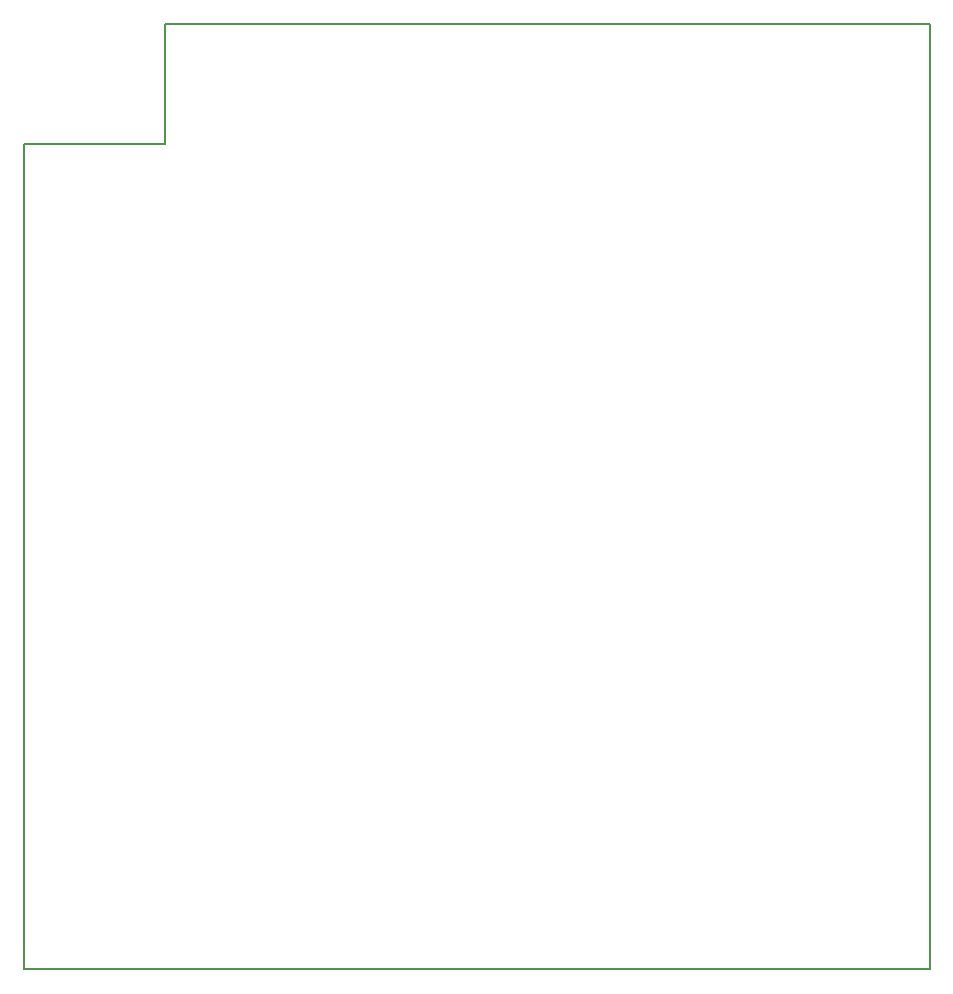
<source format=gbr>
G04 #@! TF.FileFunction,Profile,NP*
%FSLAX46Y46*%
G04 Gerber Fmt 4.6, Leading zero omitted, Abs format (unit mm)*
G04 Created by KiCad (PCBNEW 4.0.2-stable) date 2016-03-18 오후 4:15:19*
%MOMM*%
G01*
G04 APERTURE LIST*
%ADD10C,0.100000*%
%ADD11C,0.150000*%
G04 APERTURE END LIST*
D10*
D11*
X92837000Y-126365000D02*
X169545000Y-126365000D01*
X169545000Y-123825000D02*
X169545000Y-126365000D01*
X92837000Y-123825000D02*
X92837000Y-126365000D01*
X92837000Y-56515000D02*
X92837000Y-123825000D01*
X97155000Y-56515000D02*
X92837000Y-56515000D01*
X169545000Y-56515000D02*
X169545000Y-123825000D01*
X161925000Y-46355000D02*
X169545000Y-46355000D01*
X169545000Y-46355000D02*
X169545000Y-56515000D01*
X104775000Y-46355000D02*
X161925000Y-46355000D01*
X99695000Y-56515000D02*
X97155000Y-56515000D01*
X104775000Y-56515000D02*
X99695000Y-56515000D01*
X104775000Y-46355000D02*
X104775000Y-56515000D01*
M02*

</source>
